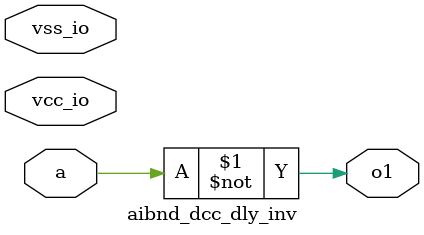
<source format=v>


module aibnd_dcc_dly_inv ( a, o1, vcc_io, vss_io );

  input a;
  output o1;
  input vss_io;
  input vcc_io;


  assign o1 = ~a ;

endmodule



</source>
